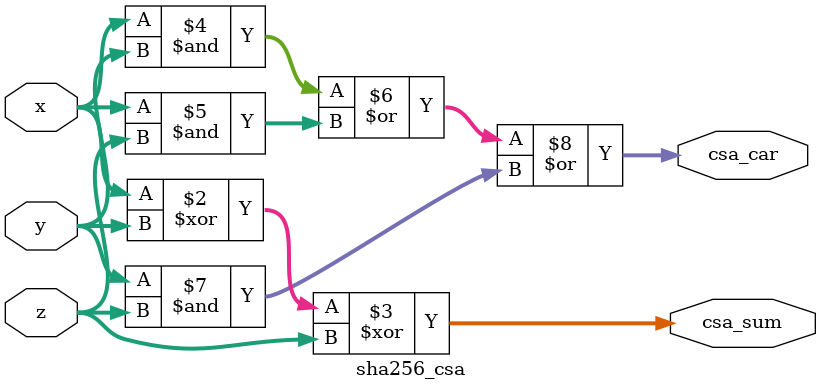
<source format=sv>
module sha256_csa (
    input   logic   [31:0]  x,
    input   logic   [31:0]  y,
    input   logic   [31:0]  z,
    output  logic   [31:0]  csa_sum,
    output  logic   [31:0]  csa_car
);
    always_comb begin : SHA256_CSA
        csa_sum = x ^ y ^ z;
        csa_car = (x & y) | (x & z) | (y & z);
    end
endmodule

</source>
